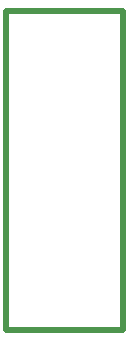
<source format=gbr>
G04 #@! TF.FileFunction,Profile,NP*
%FSLAX46Y46*%
G04 Gerber Fmt 4.6, Leading zero omitted, Abs format (unit mm)*
G04 Created by KiCad (PCBNEW 4.0.4+e1-6308~48~ubuntu16.04.1-stable) date Tue Oct 25 19:37:50 2016*
%MOMM*%
%LPD*%
G01*
G04 APERTURE LIST*
%ADD10C,0.100000*%
%ADD11C,0.500000*%
G04 APERTURE END LIST*
D10*
D11*
X133599000Y-111398000D02*
X133599000Y-84398000D01*
X143499000Y-111398000D02*
X133599000Y-111398000D01*
X143499000Y-84398000D02*
X143499000Y-111398000D01*
X133599000Y-84398000D02*
X143499000Y-84398000D01*
M02*

</source>
